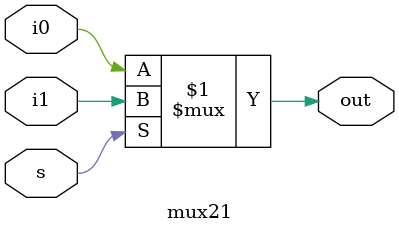
<source format=v>
module mux21(out,i0,i1,s);
	input i0,i1,s;
	output out;
	assign out=s?i1:i0;
endmodule

</source>
